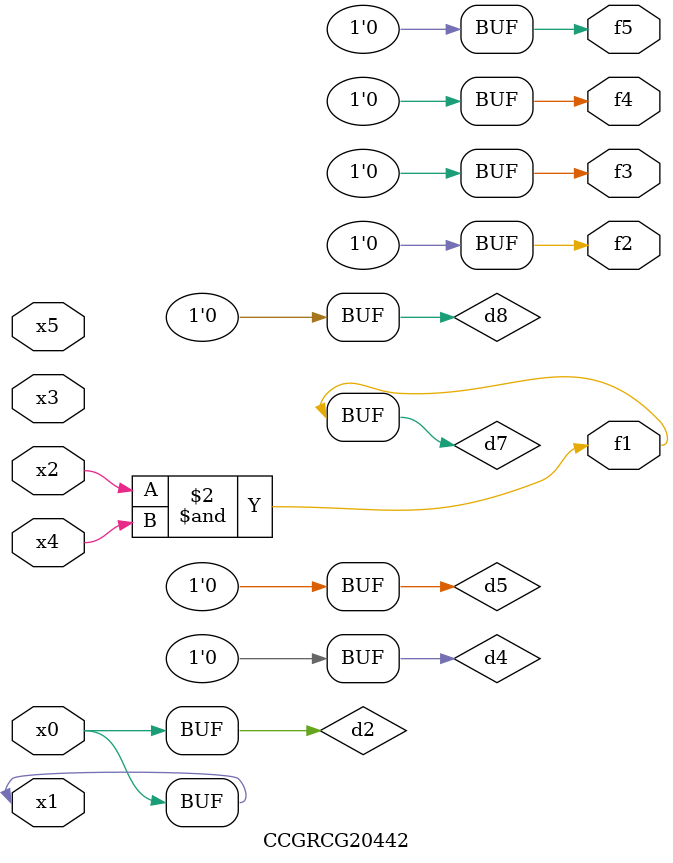
<source format=v>
module CCGRCG20442(
	input x0, x1, x2, x3, x4, x5,
	output f1, f2, f3, f4, f5
);

	wire d1, d2, d3, d4, d5, d6, d7, d8, d9;

	nand (d1, x1);
	buf (d2, x0, x1);
	nand (d3, x2, x4);
	and (d4, d1, d2);
	and (d5, d1, d2);
	nand (d6, d1, d3);
	not (d7, d3);
	xor (d8, d5);
	nor (d9, d5, d6);
	assign f1 = d7;
	assign f2 = d8;
	assign f3 = d8;
	assign f4 = d8;
	assign f5 = d8;
endmodule

</source>
